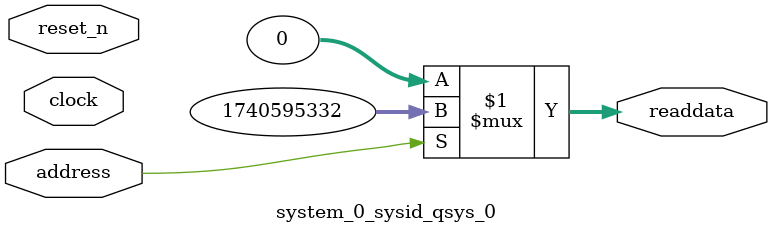
<source format=v>

`timescale 1ns / 1ps
// synthesis translate_on

// turn off superfluous verilog processor warnings 
// altera message_level Level1 
// altera message_off 10034 10035 10036 10037 10230 10240 10030 

module system_0_sysid_qsys_0 (
               // inputs:
                address,
                clock,
                reset_n,

               // outputs:
                readdata
             )
;

  output  [ 31: 0] readdata;
  input            address;
  input            clock;
  input            reset_n;

  wire    [ 31: 0] readdata;
  //control_slave, which is an e_avalon_slave
  assign readdata = address ? 1740595332 : 0;

endmodule




</source>
